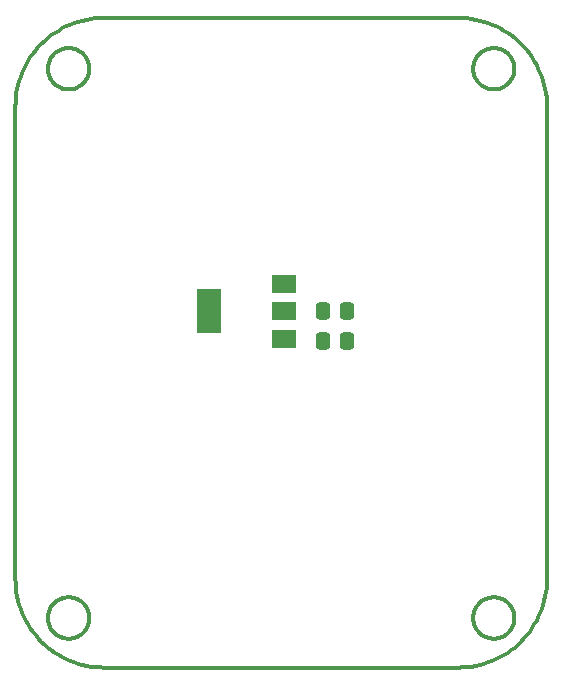
<source format=gbr>
%TF.GenerationSoftware,KiCad,Pcbnew,6.0.9+dfsg-1~bpo11+1*%
%TF.CreationDate,2022-12-30T14:53:09-06:00*%
%TF.ProjectId,Pedals,50656461-6c73-42e6-9b69-6361645f7063,rev?*%
%TF.SameCoordinates,Original*%
%TF.FileFunction,Paste,Bot*%
%TF.FilePolarity,Positive*%
%FSLAX46Y46*%
G04 Gerber Fmt 4.6, Leading zero omitted, Abs format (unit mm)*
G04 Created by KiCad (PCBNEW 6.0.9+dfsg-1~bpo11+1) date 2022-12-30 14:53:09*
%MOMM*%
%LPD*%
G01*
G04 APERTURE LIST*
G04 Aperture macros list*
%AMRoundRect*
0 Rectangle with rounded corners*
0 $1 Rounding radius*
0 $2 $3 $4 $5 $6 $7 $8 $9 X,Y pos of 4 corners*
0 Add a 4 corners polygon primitive as box body*
4,1,4,$2,$3,$4,$5,$6,$7,$8,$9,$2,$3,0*
0 Add four circle primitives for the rounded corners*
1,1,$1+$1,$2,$3*
1,1,$1+$1,$4,$5*
1,1,$1+$1,$6,$7*
1,1,$1+$1,$8,$9*
0 Add four rect primitives between the rounded corners*
20,1,$1+$1,$2,$3,$4,$5,0*
20,1,$1+$1,$4,$5,$6,$7,0*
20,1,$1+$1,$6,$7,$8,$9,0*
20,1,$1+$1,$8,$9,$2,$3,0*%
G04 Aperture macros list end*
%TA.AperFunction,Profile*%
%ADD10C,0.349999*%
%TD*%
%ADD11RoundRect,0.250000X-0.337500X-0.475000X0.337500X-0.475000X0.337500X0.475000X-0.337500X0.475000X0*%
%ADD12R,2.000000X1.500000*%
%ADD13R,2.000000X3.800000*%
G04 APERTURE END LIST*
D10*
X163336833Y-77300384D02*
X163402943Y-77352336D01*
X164097310Y-77664445D02*
X164183488Y-77679835D01*
X164359941Y-77697722D02*
X164449996Y-77699999D01*
X125210088Y-74988996D02*
X125421681Y-74687955D01*
X129208697Y-124027430D02*
X129284154Y-123988784D01*
X168510819Y-76621198D02*
X168625807Y-76968736D01*
X165852333Y-121402946D02*
X165800381Y-121336836D01*
X129268735Y-71974189D02*
X129621871Y-71876192D01*
X162911211Y-76784153D02*
X162953349Y-76857438D01*
X126702277Y-122540054D02*
X126709035Y-122628927D01*
X164012643Y-124144904D02*
X164097310Y-124164445D01*
X130144905Y-76387352D02*
X130164446Y-76302685D01*
X128921198Y-72089177D02*
X129268735Y-71974189D01*
X165745378Y-77126660D02*
X165800381Y-77063162D01*
X126953353Y-123357438D02*
X126998872Y-123428441D01*
X130190964Y-76128927D02*
X130197722Y-76040054D01*
X129563162Y-77300384D02*
X129626660Y-77245381D01*
X168913296Y-78408717D02*
X168940779Y-78778096D01*
X129626660Y-121154617D02*
X129563162Y-121099614D01*
X125013959Y-75299323D02*
X125210088Y-74988996D01*
X164449996Y-77699999D02*
X164449996Y-77699999D01*
X166093807Y-75348290D02*
X166062472Y-75268820D01*
X131449999Y-71650000D02*
X161449996Y-71650000D01*
X123986700Y-78408717D02*
X124032193Y-78042476D01*
X130179835Y-122716507D02*
X130190964Y-122628927D01*
X127768820Y-124062475D02*
X127848290Y-124093810D01*
X127288995Y-72910088D02*
X127599322Y-72713959D01*
X124669112Y-75945376D02*
X124833549Y-75618321D01*
X165912041Y-73121681D02*
X166203181Y-73348484D01*
X126755094Y-122012646D02*
X126735553Y-122097313D01*
X129563162Y-121099614D02*
X129497053Y-121047662D01*
X166093807Y-123051708D02*
X166121319Y-122970396D01*
X164628923Y-124190964D02*
X164716504Y-124179835D01*
X165051705Y-124093810D02*
X165131175Y-124062475D01*
X130164446Y-122097313D02*
X130144905Y-122012646D01*
X165357435Y-120953352D02*
X165284150Y-120911214D01*
X168804554Y-77679989D02*
X168867803Y-78042476D01*
X128802686Y-74235553D02*
X128716507Y-74220163D01*
X165208694Y-124027430D02*
X165284150Y-123988784D01*
X129208697Y-77527430D02*
X129284154Y-77488784D01*
X128887352Y-124144904D02*
X128970396Y-124121323D01*
X129745381Y-121273338D02*
X129687437Y-121212562D01*
X125890241Y-74116192D02*
X126146699Y-73846699D01*
X166190961Y-122628927D02*
X166197719Y-122540054D01*
X163402943Y-123852336D02*
X163471554Y-123901127D01*
X165901124Y-121471557D02*
X165852333Y-121402946D01*
X128271072Y-74209034D02*
X128183491Y-74220163D01*
X162755091Y-122887352D02*
X162778672Y-122970396D01*
X128449999Y-120699999D02*
X128449999Y-120699999D01*
X128449999Y-124199999D02*
X128449999Y-124199999D01*
X129626660Y-123745381D02*
X129687437Y-123687436D01*
X130121323Y-122970396D02*
X130144905Y-122887352D01*
X162998868Y-74971557D02*
X162953349Y-75042560D01*
X129946646Y-75042560D02*
X129901127Y-74971557D01*
X125648483Y-123903185D02*
X125421681Y-123612045D01*
X129800385Y-121336836D02*
X129745381Y-121273338D01*
X127154617Y-123626660D02*
X127212562Y-123687436D01*
X124274189Y-121331264D02*
X124176192Y-120978129D01*
X162872565Y-75191301D02*
X162837519Y-75268820D01*
X162778672Y-75429602D02*
X162755091Y-75512646D01*
X166483805Y-73590241D02*
X166753299Y-73846699D01*
X168949996Y-119150000D02*
X168940779Y-119521903D01*
X164887349Y-124144904D02*
X164970393Y-124121323D01*
X162720160Y-76216507D02*
X162735550Y-76302685D01*
X166199996Y-122449999D02*
X166199996Y-122449999D01*
X166179832Y-122716507D02*
X166190961Y-122628927D01*
X126702277Y-122359944D02*
X126700000Y-122449999D01*
X167886037Y-123000677D02*
X167689909Y-123311004D01*
X163047659Y-74902946D02*
X162998868Y-74971557D01*
X165852333Y-76997052D02*
X165901124Y-76928441D01*
X129626660Y-74654617D02*
X129563162Y-74599614D01*
X129428441Y-77401127D02*
X129497053Y-77352336D01*
X127336837Y-123800384D02*
X127402946Y-123852336D01*
X162735550Y-76302685D02*
X162755091Y-76387352D01*
X166199996Y-75949999D02*
X166197719Y-75859944D01*
X130093810Y-121848290D02*
X130062476Y-121768820D01*
X125421681Y-123612045D02*
X125210088Y-123311004D01*
X128012647Y-74255094D02*
X127929603Y-74278675D01*
X130027430Y-76708697D02*
X130062476Y-76631178D01*
X129357438Y-77446646D02*
X129428441Y-77401127D01*
X163212559Y-121212562D02*
X163154614Y-121273338D01*
X126806189Y-76551708D02*
X126837523Y-76631178D01*
X127615845Y-120911214D02*
X127542560Y-120953352D01*
X124176192Y-77321871D02*
X124274189Y-76968736D01*
X130062476Y-123131178D02*
X130093810Y-123051708D01*
X129621871Y-126423808D02*
X129268735Y-126325811D01*
X126696815Y-124951517D02*
X126416192Y-124709760D01*
X165131175Y-120837523D02*
X165051705Y-120806188D01*
X164970393Y-74278675D02*
X164887349Y-74255094D01*
X131449999Y-71650000D02*
X131449999Y-71650000D01*
X128802686Y-124164445D02*
X128887352Y-124144904D01*
X130093810Y-123051708D02*
X130121323Y-122970396D01*
X162911211Y-121615845D02*
X162872565Y-121691301D01*
X162720160Y-75683491D02*
X162709031Y-75771071D01*
X165284150Y-123988784D02*
X165357435Y-123946646D01*
X130199999Y-75949999D02*
X130199999Y-75949999D01*
X168867803Y-120257523D02*
X168804554Y-120620010D01*
X131449999Y-126650000D02*
X131449999Y-126650000D01*
X166197719Y-122359944D02*
X166190961Y-122271071D01*
X165131175Y-124062475D02*
X165208694Y-124027430D01*
X162911211Y-75115845D02*
X162872565Y-75191301D01*
X130027430Y-123208697D02*
X130062476Y-123131178D01*
X163615842Y-120911214D02*
X163542557Y-120953352D01*
X163631260Y-126325811D02*
X163278125Y-126423808D01*
X126720163Y-122183491D02*
X126709035Y-122271071D01*
X128802686Y-77664445D02*
X128887352Y-77644904D01*
X164359941Y-74202276D02*
X164271068Y-74209034D01*
X163615842Y-74411214D02*
X163542557Y-74453352D01*
X165284150Y-74411214D02*
X165208694Y-74372568D01*
X126953353Y-76857438D02*
X126998872Y-76928441D01*
X126735553Y-75597313D02*
X126720163Y-75683491D01*
X162709031Y-75771071D02*
X162702273Y-75859944D01*
X127154617Y-77126660D02*
X127212562Y-77187436D01*
X166062472Y-76631178D02*
X166093807Y-76551708D01*
X127099614Y-77063162D02*
X127154617Y-77126660D01*
X162837519Y-75268820D02*
X162806185Y-75348290D01*
X123959217Y-78778096D02*
X123986700Y-78408717D01*
X127848290Y-74306188D02*
X127768820Y-74337523D01*
X164981675Y-72533549D02*
X165300674Y-72713959D01*
X166062472Y-121768820D02*
X166027427Y-121691301D01*
X129131179Y-74337523D02*
X129051708Y-74306188D01*
X124833549Y-122681679D02*
X124669112Y-122354623D01*
X127336837Y-121099614D02*
X127273339Y-121154617D01*
X166753299Y-124453303D02*
X166753299Y-124453303D01*
X162720160Y-122716507D02*
X162735550Y-122802685D01*
X128970396Y-120778675D02*
X128887352Y-120755094D01*
X126998872Y-74971557D02*
X126953353Y-75042560D01*
X166190961Y-76128927D02*
X166197719Y-76040054D01*
X127099614Y-74836836D02*
X127047662Y-74902946D01*
X168379093Y-122020126D02*
X168230884Y-122354623D01*
X129687437Y-74712562D02*
X129626660Y-74654617D01*
X126735553Y-122802685D02*
X126755094Y-122887352D01*
X165497049Y-74547662D02*
X165428438Y-74498871D01*
X127047662Y-123497052D02*
X127099614Y-123563162D01*
X164540051Y-124197722D02*
X164628923Y-124190964D01*
X166199996Y-75949999D02*
X166199996Y-75949999D01*
X163099611Y-123563162D02*
X163154614Y-123626660D01*
X129051708Y-120806188D02*
X128970396Y-120778675D01*
X130179835Y-75683491D02*
X130164446Y-75597313D01*
X127599322Y-72713959D02*
X127918321Y-72533549D01*
X166190961Y-75771071D02*
X166179832Y-75683491D01*
X130197722Y-122540054D02*
X130199999Y-122449999D01*
X162920006Y-126504558D02*
X162557519Y-126567807D01*
X165626657Y-77245381D02*
X165687433Y-77187436D01*
X164449996Y-120699999D02*
X164449996Y-120699999D01*
X163278125Y-126423808D02*
X162920006Y-126504558D01*
X126700000Y-75949999D02*
X126702277Y-76040054D01*
X127929603Y-120778675D02*
X127848290Y-120806188D01*
X129208697Y-74372568D02*
X129131179Y-74337523D01*
X124520903Y-122020126D02*
X124389177Y-121678801D01*
X127154617Y-121273338D02*
X127099614Y-121336836D01*
X168949996Y-119150000D02*
X168949996Y-119150000D01*
X128579873Y-72220903D02*
X128921198Y-72089177D01*
X129051708Y-74306188D02*
X128970396Y-74278675D01*
X123950000Y-119150000D02*
X123950000Y-79150000D01*
X128628927Y-77690964D02*
X128716507Y-77679835D01*
X166753299Y-124453303D02*
X166483805Y-124709760D01*
X163273335Y-74654617D02*
X163212559Y-74712562D01*
X165428438Y-74498871D02*
X165357435Y-74453352D01*
X126872568Y-76708697D02*
X126911215Y-76784153D01*
X164320122Y-126079096D02*
X163978797Y-126210822D01*
X164540051Y-74202276D02*
X164449996Y-74199999D01*
X163929599Y-74278675D02*
X163848287Y-74306188D01*
X129988784Y-121615845D02*
X129946646Y-121542560D01*
X126911215Y-123284153D02*
X126953353Y-123357438D01*
X128802686Y-120735553D02*
X128716507Y-120720163D01*
X162702273Y-122359944D02*
X162699996Y-122449999D01*
X127336837Y-74599614D02*
X127273339Y-74654617D01*
X166027427Y-76708697D02*
X166062472Y-76631178D01*
X131078096Y-71659217D02*
X131449999Y-71650000D01*
X164359941Y-120702276D02*
X164271068Y-120709034D01*
X127471557Y-123901127D02*
X127542560Y-123946646D01*
X165497049Y-77352336D02*
X165563159Y-77300384D01*
X163848287Y-124093810D02*
X163929599Y-124121323D01*
X127212562Y-74712562D02*
X127154617Y-74773338D01*
X129979989Y-71795442D02*
X130342476Y-71732193D01*
X165051705Y-74306188D02*
X164970393Y-74278675D01*
X165300674Y-72713959D02*
X165611001Y-72910088D01*
X127154617Y-74773338D02*
X127099614Y-74836836D01*
X166121319Y-76470396D02*
X166144901Y-76387352D01*
X129852337Y-74902946D02*
X129800385Y-74836836D01*
X164183488Y-120720163D02*
X164097310Y-120735553D01*
X126872568Y-75191301D02*
X126837523Y-75268820D01*
X128449999Y-77699999D02*
X128449999Y-77699999D01*
X165051705Y-77593810D02*
X165131175Y-77562475D01*
X166197719Y-122540054D02*
X166199996Y-122449999D01*
X163768817Y-77562475D02*
X163848287Y-77593810D01*
X127929603Y-124121323D02*
X128012647Y-124144904D01*
X128716507Y-77679835D02*
X128802686Y-77664445D01*
X168949996Y-79150000D02*
X168949996Y-119150000D01*
X161449996Y-71650000D02*
X161449996Y-71650000D01*
X162702273Y-76040054D02*
X162709031Y-76128927D01*
X166062472Y-75268820D02*
X166027427Y-75191301D01*
X129745381Y-77126660D02*
X129800385Y-77063162D01*
X127691302Y-74372568D02*
X127615845Y-74411214D01*
X127848290Y-120806188D02*
X127768820Y-120837523D01*
X168723804Y-77321871D02*
X168804554Y-77679989D01*
X130144905Y-122012646D02*
X130121323Y-121929602D01*
X127212562Y-77187436D02*
X127273339Y-77245381D01*
X127402946Y-121047662D02*
X127336837Y-121099614D01*
X129901127Y-76928441D02*
X129946646Y-76857438D01*
X129497053Y-123852336D02*
X129563162Y-123800384D01*
X128921198Y-126210822D02*
X128579873Y-126079096D01*
X168066447Y-122681679D02*
X167886037Y-123000677D01*
X129208697Y-120872568D02*
X129131179Y-120837523D01*
X128183491Y-74220163D02*
X128097313Y-74235553D01*
X125648483Y-74396816D02*
X125890241Y-74116192D01*
X165687433Y-123687436D02*
X165745378Y-123626660D01*
X163978797Y-72089177D02*
X164320122Y-72220903D01*
X127273339Y-123745381D02*
X127336837Y-123800384D01*
X165563159Y-121099614D02*
X165497049Y-121047662D01*
X165988781Y-121615845D02*
X165946643Y-121542560D01*
X165563159Y-77300384D02*
X165626657Y-77245381D01*
X130342476Y-126567807D02*
X129979989Y-126504558D01*
X123950000Y-79150000D02*
X123959217Y-78778096D01*
X129946646Y-121542560D02*
X129901127Y-121471557D01*
X127929603Y-77621323D02*
X128012647Y-77644904D01*
X164802682Y-120735553D02*
X164716504Y-120720163D01*
X130199999Y-122449999D02*
X130199999Y-122449999D01*
X124520903Y-76279874D02*
X124669112Y-75945376D01*
X126416192Y-73590241D02*
X126696815Y-73348484D01*
X129988784Y-75115845D02*
X129946646Y-75042560D01*
X162837519Y-121768820D02*
X162806185Y-121848290D01*
X130062476Y-75268820D02*
X130027430Y-75191301D01*
X165946643Y-75042560D02*
X165901124Y-74971557D01*
X127768820Y-120837523D02*
X127691302Y-120872568D01*
X164716504Y-77679835D02*
X164802682Y-77664445D01*
X163691298Y-77527430D02*
X163768817Y-77562475D01*
X163047659Y-76997052D02*
X163099611Y-77063162D01*
X126998872Y-123428441D02*
X127047662Y-123497052D01*
X164359941Y-124197722D02*
X164449996Y-124199999D01*
X166144901Y-75512646D02*
X166121319Y-75429602D01*
X162699996Y-75949999D02*
X162699996Y-75949999D01*
X165852333Y-123497052D02*
X165901124Y-123428441D01*
X163273335Y-77245381D02*
X163336833Y-77300384D01*
X164970393Y-77621323D02*
X165051705Y-77593810D01*
X168230884Y-122354623D02*
X168066447Y-122681679D01*
X162872565Y-76708697D02*
X162911211Y-76784153D01*
X128887352Y-120755094D02*
X128802686Y-120735553D01*
X164887349Y-74255094D02*
X164802682Y-74235553D01*
X128245376Y-125930888D02*
X127918321Y-125766451D01*
X168949996Y-79150000D02*
X168949996Y-79150000D01*
X163929599Y-77621323D02*
X164012643Y-77644904D01*
X130164446Y-75597313D02*
X130144905Y-75512646D01*
X129497053Y-77352336D02*
X129563162Y-77300384D01*
X128359944Y-120702276D02*
X128271072Y-120709034D01*
X164097310Y-124164445D02*
X164183488Y-124179835D01*
X123986700Y-119891283D02*
X123959217Y-119521903D01*
X164271068Y-77690964D02*
X164359941Y-77697722D01*
X164012643Y-120755094D02*
X163929599Y-120778675D01*
X168867803Y-78042476D02*
X168913296Y-78408717D01*
X165563159Y-123800384D02*
X165626657Y-123745381D01*
X167009756Y-74116192D02*
X167251513Y-74396816D01*
X163099611Y-77063162D02*
X163154614Y-77126660D01*
X129852337Y-123497052D02*
X129901127Y-123428441D01*
X166199996Y-122449999D02*
X166199996Y-122449999D01*
X130197722Y-76040054D02*
X130199999Y-75949999D01*
X165852333Y-74902946D02*
X165800381Y-74836836D01*
X128097313Y-124164445D02*
X128183491Y-124179835D01*
X129428441Y-123901127D02*
X129497053Y-123852336D01*
X164449996Y-120699999D02*
X164359941Y-120702276D01*
X164271068Y-120709034D02*
X164183488Y-120720163D01*
X164716504Y-120720163D02*
X164628923Y-120709034D01*
X126755094Y-76387352D02*
X126778676Y-76470396D01*
X163768817Y-120837523D02*
X163691298Y-120872568D01*
X130190964Y-75771071D02*
X130179835Y-75683491D01*
X126720163Y-76216507D02*
X126735553Y-76302685D01*
X130164446Y-76302685D02*
X130179835Y-76216507D01*
X163471554Y-77401127D02*
X163542557Y-77446646D01*
X166164442Y-122802685D02*
X166179832Y-122716507D01*
X127273339Y-74654617D02*
X127212562Y-74712562D01*
X164097310Y-74235553D02*
X164012643Y-74255094D01*
X130164446Y-122802685D02*
X130179835Y-122716507D01*
X166190961Y-122271071D02*
X166179832Y-122183491D01*
X162191279Y-126613300D02*
X161821900Y-126640782D01*
X166164442Y-76302685D02*
X166179832Y-76216507D01*
X129946646Y-123357438D02*
X129988784Y-123284153D01*
X128628927Y-120709034D02*
X128540054Y-120702276D01*
X124095442Y-120620010D02*
X124032193Y-120257523D01*
X128359944Y-77697722D02*
X128449999Y-77699999D01*
X129800385Y-74836836D02*
X129745381Y-74773338D01*
X166093807Y-121848290D02*
X166062472Y-121768820D01*
X126709035Y-76128927D02*
X126720163Y-76216507D01*
X130027430Y-75191301D02*
X129988784Y-75115845D01*
X165901124Y-74971557D02*
X165852333Y-74902946D01*
X126872568Y-123208697D02*
X126911215Y-123284153D01*
X166144901Y-122012646D02*
X166121319Y-121929602D01*
X126735553Y-76302685D02*
X126755094Y-76387352D01*
X168625807Y-121331264D02*
X168510819Y-121678801D01*
X128970396Y-74278675D02*
X128887352Y-74255094D01*
X130062476Y-76631178D02*
X130093810Y-76551708D01*
X129621871Y-71876192D02*
X129979989Y-71795442D01*
X165051705Y-120806188D02*
X164970393Y-120778675D01*
X165946643Y-121542560D02*
X165901124Y-121471557D01*
X167689909Y-74988996D02*
X167886037Y-75299323D01*
X129901127Y-74971557D02*
X129852337Y-74902946D01*
X126806189Y-75348290D02*
X126778676Y-75429602D01*
X126700000Y-122449999D02*
X126700000Y-122449999D01*
X126720163Y-122716507D02*
X126735553Y-122802685D01*
X127099614Y-123563162D02*
X127154617Y-123626660D01*
X127402946Y-77352336D02*
X127471557Y-77401127D01*
X129284154Y-74411214D02*
X129208697Y-74372568D01*
X128540054Y-74202276D02*
X128449999Y-74199999D01*
X130708716Y-126613300D02*
X130342476Y-126567807D01*
X161821900Y-126640782D02*
X161449996Y-126650000D01*
X166093807Y-76551708D02*
X166121319Y-76470396D01*
X126911215Y-121615845D02*
X126872568Y-121691301D01*
X128097313Y-77664445D02*
X128183491Y-77679835D01*
X163273335Y-123745381D02*
X163336833Y-123800384D01*
X126998872Y-76928441D02*
X127047662Y-76997052D01*
X124095442Y-77679989D02*
X124176192Y-77321871D01*
X129428441Y-120998871D02*
X129357438Y-120953352D01*
X168510819Y-121678801D02*
X168379093Y-122020126D01*
X163471554Y-74498871D02*
X163402943Y-74547662D01*
X161449996Y-71650000D02*
X161821900Y-71659217D01*
X163471554Y-123901127D02*
X163542557Y-123946646D01*
X129268735Y-126325811D02*
X128921198Y-126210822D01*
X129497053Y-121047662D02*
X129428441Y-120998871D01*
X129687437Y-121212562D02*
X129626660Y-121154617D01*
X127615845Y-74411214D02*
X127542560Y-74453352D01*
X127336837Y-77300384D02*
X127402946Y-77352336D01*
X162806185Y-75348290D02*
X162778672Y-75429602D01*
X163336833Y-74599614D02*
X163273335Y-74654617D01*
X126953353Y-121542560D02*
X126911215Y-121615845D01*
X161449996Y-126650000D02*
X131449999Y-126650000D01*
X130121323Y-75429602D02*
X130093810Y-75348290D01*
X164887349Y-77644904D02*
X164970393Y-77621323D01*
X163631260Y-71974189D02*
X163978797Y-72089177D01*
X126806189Y-121848290D02*
X126778676Y-121929602D01*
X128579873Y-126079096D02*
X128245376Y-125930888D01*
X163154614Y-121273338D02*
X163099611Y-121336836D01*
X128449999Y-74199999D02*
X128449999Y-74199999D01*
X129357438Y-123946646D02*
X129428441Y-123901127D01*
X162806185Y-76551708D02*
X162837519Y-76631178D01*
X127615845Y-77488784D02*
X127691302Y-77527430D01*
X162735550Y-122802685D02*
X162755091Y-122887352D01*
X127542560Y-77446646D02*
X127615845Y-77488784D01*
X162557519Y-126567807D02*
X162191279Y-126613300D01*
X126987955Y-125178320D02*
X126696815Y-124951517D01*
X127615845Y-123988784D02*
X127691302Y-124027430D01*
X129988784Y-76784153D02*
X130027430Y-76708697D01*
X128716507Y-74220163D02*
X128628927Y-74209034D01*
X165745378Y-123626660D02*
X165800381Y-123563162D01*
X163471554Y-120998871D02*
X163402943Y-121047662D01*
X128183491Y-124179835D02*
X128271072Y-124190964D01*
X166121319Y-75429602D02*
X166093807Y-75348290D01*
X163154614Y-77126660D02*
X163212559Y-77187436D01*
X163542557Y-120953352D02*
X163471554Y-120998871D01*
X168230884Y-75945376D02*
X168379093Y-76279874D01*
X164012643Y-74255094D02*
X163929599Y-74278675D01*
X129979989Y-126504558D02*
X129621871Y-126423808D01*
X128449999Y-74199999D02*
X128359944Y-74202276D01*
X128359944Y-124197722D02*
X128449999Y-124199999D01*
X162709031Y-122271071D02*
X162702273Y-122359944D01*
X124833549Y-75618321D02*
X125013959Y-75299323D01*
X164449996Y-74199999D02*
X164359941Y-74202276D01*
X165131175Y-77562475D02*
X165208694Y-77527430D01*
X165497049Y-123852336D02*
X165563159Y-123800384D01*
X163336833Y-121099614D02*
X163273335Y-121154617D01*
X129745381Y-123626660D02*
X129800385Y-123563162D01*
X128183491Y-120720163D02*
X128097313Y-120735553D01*
X162953349Y-121542560D02*
X162911211Y-121615845D01*
X124389177Y-121678801D02*
X124274189Y-121331264D01*
X127691302Y-120872568D02*
X127615845Y-120911214D01*
X127929603Y-74278675D02*
X127848290Y-74306188D01*
X162778672Y-76470396D02*
X162806185Y-76551708D01*
X165208694Y-77527430D02*
X165284150Y-77488784D01*
X128628927Y-124190964D02*
X128716507Y-124179835D01*
X165357435Y-77446646D02*
X165428438Y-77401127D01*
X128271072Y-77690964D02*
X128359944Y-77697722D01*
X162837519Y-76631178D02*
X162872565Y-76708697D01*
X163691298Y-120872568D02*
X163615842Y-120911214D01*
X163768817Y-124062475D02*
X163848287Y-124093810D01*
X165800381Y-121336836D02*
X165745378Y-121273338D01*
X168940779Y-78778096D02*
X168949996Y-79150000D01*
X129800385Y-123563162D02*
X129852337Y-123497052D01*
X130144905Y-75512646D02*
X130121323Y-75429602D01*
X163768817Y-74337523D02*
X163691298Y-74372568D01*
X166199996Y-122449999D02*
X166197719Y-122359944D01*
X165497049Y-121047662D02*
X165428438Y-120998871D01*
X129946646Y-76857438D02*
X129988784Y-76784153D01*
X126702277Y-75859944D02*
X126700000Y-75949999D01*
X162709031Y-122628927D02*
X162720160Y-122716507D01*
X164628923Y-74209034D02*
X164540051Y-74202276D01*
X164271068Y-74209034D02*
X164183488Y-74220163D01*
X163402943Y-77352336D02*
X163471554Y-77401127D01*
X165988781Y-75115845D02*
X165946643Y-75042560D01*
X164320122Y-72220903D02*
X164654620Y-72369112D01*
X130062476Y-121768820D02*
X130027430Y-121691301D01*
X164716504Y-74220163D02*
X164628923Y-74209034D01*
X167886037Y-75299323D02*
X168066447Y-75618321D01*
X126778676Y-76470396D02*
X126806189Y-76551708D01*
X124669112Y-122354623D02*
X124520903Y-122020126D01*
X127099614Y-121336836D02*
X127047662Y-121402946D01*
X163212559Y-77187436D02*
X163273335Y-77245381D01*
X166164442Y-122097313D02*
X166144901Y-122012646D01*
X167689909Y-123311004D02*
X167478316Y-123612045D01*
X130199999Y-122449999D02*
X130197722Y-122359944D01*
X130190964Y-122271071D02*
X130179835Y-122183491D01*
X163154614Y-74773338D02*
X163099611Y-74836836D01*
X127848290Y-77593810D02*
X127929603Y-77621323D01*
X129626660Y-77245381D02*
X129687437Y-77187436D01*
X163848287Y-120806188D02*
X163768817Y-120837523D01*
X165626657Y-121154617D02*
X165563159Y-121099614D01*
X126911215Y-75115845D02*
X126872568Y-75191301D01*
X165687433Y-121212562D02*
X165626657Y-121154617D01*
X166753299Y-73846699D02*
X166753299Y-73846699D01*
X130121323Y-76470396D02*
X130144905Y-76387352D01*
X163212559Y-74712562D02*
X163154614Y-74773338D01*
X126837523Y-76631178D02*
X126872568Y-76708697D01*
X128540054Y-124197722D02*
X128628927Y-124190964D01*
X128887352Y-77644904D02*
X128970396Y-77621323D01*
X165800381Y-123563162D02*
X165852333Y-123497052D01*
X164802682Y-74235553D02*
X164716504Y-74220163D01*
X165626657Y-123745381D02*
X165687433Y-123687436D01*
X130093810Y-76551708D02*
X130121323Y-76470396D01*
X128449999Y-120699999D02*
X128359944Y-120702276D01*
X164449996Y-74199999D02*
X164449996Y-74199999D01*
X130342476Y-71732193D02*
X130708716Y-71686700D01*
X130197722Y-122359944D02*
X130190964Y-122271071D01*
X164628923Y-120709034D02*
X164540051Y-120702276D01*
X126700000Y-122449999D02*
X126702277Y-122540054D01*
X166203181Y-73348484D02*
X166483805Y-73590241D01*
X163402943Y-121047662D02*
X163336833Y-121099614D01*
X126416192Y-124709760D02*
X126146699Y-124453303D01*
X161821900Y-71659217D02*
X162191279Y-71686700D01*
X128628927Y-74209034D02*
X128540054Y-74202276D01*
X126720163Y-75683491D02*
X126709035Y-75771071D01*
X167478316Y-123612045D02*
X167251513Y-123903185D01*
X127047662Y-121402946D02*
X126998872Y-121471557D01*
X164097310Y-120735553D02*
X164012643Y-120755094D01*
X128012647Y-77644904D02*
X128097313Y-77664445D01*
X162720160Y-122183491D02*
X162709031Y-122271071D01*
X162998868Y-123428441D02*
X163047659Y-123497052D01*
X126709035Y-122628927D02*
X126720163Y-122716507D01*
X166203181Y-124951517D02*
X165912041Y-125178320D01*
X165687433Y-74712562D02*
X165626657Y-74654617D01*
X162778672Y-122970396D02*
X162806185Y-123051708D01*
X166027427Y-121691301D02*
X165988781Y-121615845D01*
X162872565Y-123208697D02*
X162911211Y-123284153D01*
X130179835Y-76216507D02*
X130190964Y-76128927D01*
X162755091Y-122012646D02*
X162735550Y-122097313D01*
X163542557Y-74453352D02*
X163471554Y-74498871D01*
X168940779Y-119521903D02*
X168913296Y-119891283D01*
X166483805Y-124709760D02*
X166203181Y-124951517D01*
X162755091Y-76387352D02*
X162778672Y-76470396D01*
X163047659Y-123497052D02*
X163099611Y-123563162D01*
X126806189Y-123051708D02*
X126837523Y-123131178D01*
X165626657Y-74654617D02*
X165563159Y-74599614D01*
X165901124Y-76928441D02*
X165946643Y-76857438D01*
X165563159Y-74599614D02*
X165497049Y-74547662D01*
X164540051Y-77697722D02*
X164628923Y-77690964D01*
X164887349Y-120755094D02*
X164802682Y-120735553D01*
X165284150Y-77488784D02*
X165357435Y-77446646D01*
X166179832Y-122183491D02*
X166164442Y-122097313D01*
X127288995Y-125389912D02*
X126987955Y-125178320D01*
X130121323Y-121929602D02*
X130093810Y-121848290D01*
X165687433Y-77187436D02*
X165745378Y-77126660D01*
X162709031Y-76128927D02*
X162720160Y-76216507D01*
X165300674Y-125586041D02*
X164981675Y-125766451D01*
X127047662Y-74902946D02*
X126998872Y-74971557D01*
X127273339Y-121154617D02*
X127212562Y-121212562D01*
X126778676Y-121929602D02*
X126755094Y-122012646D01*
X164449996Y-124199999D02*
X164449996Y-124199999D01*
X163691298Y-74372568D02*
X163615842Y-74411214D01*
X128970396Y-124121323D02*
X129051708Y-124093810D01*
X129745381Y-74773338D02*
X129687437Y-74712562D01*
X125890241Y-124183809D02*
X125648483Y-123903185D01*
X165611001Y-72910088D02*
X165912041Y-73121681D01*
X163848287Y-77593810D02*
X163929599Y-77621323D01*
X128970396Y-77621323D02*
X129051708Y-77593810D01*
X166164442Y-75597313D02*
X166144901Y-75512646D01*
X128716507Y-124179835D02*
X128802686Y-124164445D01*
X127471557Y-74498871D02*
X127402946Y-74547662D01*
X130708716Y-71686700D02*
X131078096Y-71659217D01*
X128097313Y-74235553D02*
X128012647Y-74255094D01*
X125210088Y-123311004D02*
X125013959Y-123000677D01*
X165428438Y-123901127D02*
X165497049Y-123852336D01*
X126146699Y-124453303D02*
X125890241Y-124183809D01*
X127471557Y-77401127D02*
X127542560Y-77446646D01*
X165131175Y-74337523D02*
X165051705Y-74306188D01*
X128716507Y-120720163D02*
X128628927Y-120709034D01*
X131449999Y-126650000D02*
X131078096Y-126640782D01*
X128449999Y-124199999D02*
X128540054Y-124197722D01*
X164183488Y-77679835D02*
X164271068Y-77690964D01*
X130199999Y-75949999D02*
X130197722Y-75859944D01*
X162998868Y-76928441D02*
X163047659Y-76997052D01*
X126146699Y-124453303D02*
X126146699Y-124453303D01*
X126700000Y-75949999D02*
X126700000Y-75949999D01*
X126778676Y-75429602D02*
X126755094Y-75512646D01*
X168804554Y-120620010D02*
X168723804Y-120978129D01*
X130144905Y-122887352D02*
X130164446Y-122802685D01*
X165428438Y-120998871D02*
X165357435Y-120953352D01*
X166753299Y-73846699D02*
X167009756Y-74116192D01*
X161449996Y-126650000D02*
X161449996Y-126650000D01*
X125421681Y-74687955D02*
X125648483Y-74396816D01*
X123950000Y-79150000D02*
X123950000Y-79150000D01*
X127273339Y-77245381D02*
X127336837Y-77300384D01*
X127471557Y-120998871D02*
X127402946Y-121047662D01*
X128183491Y-77679835D02*
X128271072Y-77690964D01*
X163542557Y-123946646D02*
X163615842Y-123988784D01*
X165745378Y-121273338D02*
X165687433Y-121212562D01*
X130027430Y-121691301D02*
X129988784Y-121615845D01*
X131078096Y-126640782D02*
X130708716Y-126613300D01*
X165800381Y-74836836D02*
X165745378Y-74773338D01*
X166027427Y-75191301D02*
X165988781Y-75115845D01*
X126837523Y-75268820D02*
X126806189Y-75348290D01*
X126987955Y-73121681D02*
X127288995Y-72910088D01*
X163691298Y-124027430D02*
X163768817Y-124062475D01*
X128271072Y-124190964D02*
X128359944Y-124197722D01*
X162702273Y-122540054D02*
X162709031Y-122628927D01*
X130179835Y-122183491D02*
X130164446Y-122097313D01*
X127047662Y-76997052D02*
X127099614Y-77063162D01*
X126709035Y-75771071D02*
X126702277Y-75859944D01*
X126696815Y-73348484D02*
X126987955Y-73121681D01*
X168379093Y-76279874D02*
X168510819Y-76621198D01*
X164449996Y-124199999D02*
X164540051Y-124197722D01*
X129051708Y-124093810D02*
X129131179Y-124062475D01*
X165901124Y-123428441D02*
X165946643Y-123357438D01*
X163212559Y-123687436D02*
X163273335Y-123745381D01*
X124389177Y-76621198D02*
X124520903Y-76279874D01*
X164271068Y-124190964D02*
X164359941Y-124197722D01*
X129131179Y-120837523D02*
X129051708Y-120806188D01*
X124176192Y-120978129D02*
X124095442Y-120620010D01*
X162920006Y-71795442D02*
X163278125Y-71876192D01*
X165357435Y-74453352D02*
X165284150Y-74411214D01*
X126709035Y-122271071D02*
X126702277Y-122359944D01*
X128449999Y-77699999D02*
X128540054Y-77697722D01*
X167251513Y-123903185D02*
X167009756Y-124183809D01*
X166121319Y-122970396D02*
X166144901Y-122887352D01*
X128540054Y-120702276D02*
X128449999Y-120699999D01*
X164802682Y-77664445D02*
X164887349Y-77644904D01*
X164183488Y-74220163D02*
X164097310Y-74235553D01*
X165946643Y-123357438D02*
X165988781Y-123284153D01*
X129687437Y-123687436D02*
X129745381Y-123626660D01*
X162778672Y-121929602D02*
X162755091Y-122012646D01*
X129284154Y-77488784D02*
X129357438Y-77446646D01*
X165800381Y-77063162D02*
X165852333Y-76997052D01*
X163154614Y-123626660D02*
X163212559Y-123687436D01*
X129901127Y-123428441D02*
X129946646Y-123357438D01*
X165208694Y-74372568D02*
X165131175Y-74337523D01*
X130199999Y-75949999D02*
X130199999Y-75949999D01*
X129428441Y-74498871D02*
X129357438Y-74453352D01*
X126146699Y-73846699D02*
X126416192Y-73590241D01*
X166197719Y-75859944D02*
X166190961Y-75771071D01*
X163099611Y-74836836D02*
X163047659Y-74902946D01*
X164183488Y-124179835D02*
X164271068Y-124190964D01*
X129988784Y-123284153D02*
X130027430Y-123208697D01*
X128097313Y-120735553D02*
X128012647Y-120755094D01*
X164628923Y-77690964D02*
X164716504Y-77679835D01*
X165745378Y-74773338D02*
X165687433Y-74712562D01*
X129852337Y-76997052D02*
X129901127Y-76928441D01*
X162735550Y-122097313D02*
X162720160Y-122183491D01*
X162699996Y-122449999D02*
X162699996Y-122449999D01*
X127402946Y-123852336D02*
X127471557Y-123901127D01*
X125013959Y-123000677D02*
X124833549Y-122681679D01*
X162872565Y-121691301D02*
X162837519Y-121768820D01*
X124032193Y-78042476D02*
X124095442Y-77679989D01*
X165988781Y-123284153D02*
X166027427Y-123208697D01*
X126911215Y-76784153D02*
X126953353Y-76857438D01*
X126872568Y-121691301D02*
X126837523Y-121768820D01*
X162953349Y-75042560D02*
X162911211Y-75115845D01*
X163929599Y-120778675D02*
X163848287Y-120806188D01*
X126837523Y-123131178D02*
X126872568Y-123208697D01*
X168723804Y-120978129D02*
X168625807Y-121331264D01*
X126953353Y-75042560D02*
X126911215Y-75115845D01*
X129563162Y-123800384D02*
X129626660Y-123745381D01*
X126735553Y-122097313D02*
X126720163Y-122183491D01*
X129687437Y-77187436D02*
X129745381Y-77126660D01*
X164970393Y-124121323D02*
X165051705Y-124093810D01*
X129497053Y-74547662D02*
X129428441Y-74498871D01*
X124274189Y-76968736D02*
X124389177Y-76621198D01*
X163542557Y-77446646D02*
X163615842Y-77488784D01*
X128359944Y-74202276D02*
X128271072Y-74209034D01*
X127768820Y-77562475D02*
X127848290Y-77593810D01*
X129357438Y-74453352D02*
X129284154Y-74411214D01*
X164981675Y-125766451D02*
X164654620Y-125930888D01*
X129131179Y-77562475D02*
X129208697Y-77527430D01*
X123959217Y-119521903D02*
X123950000Y-119150000D01*
X162806185Y-123051708D02*
X162837519Y-123131178D01*
X126837523Y-121768820D02*
X126806189Y-121848290D01*
X164540051Y-120702276D02*
X164449996Y-120699999D01*
X129901127Y-121471557D02*
X129852337Y-121402946D01*
X128012647Y-124144904D02*
X128097313Y-124164445D01*
X163402943Y-74547662D02*
X163336833Y-74599614D01*
X163099611Y-121336836D02*
X163047659Y-121402946D01*
X166199996Y-75949999D02*
X166199996Y-75949999D01*
X162998868Y-121471557D02*
X162953349Y-121542560D01*
X127918321Y-72533549D02*
X128245376Y-72369112D01*
X163615842Y-123988784D02*
X163691298Y-124027430D01*
X162699996Y-75949999D02*
X162702273Y-76040054D01*
X164716504Y-124179835D02*
X164802682Y-124164445D01*
X163615842Y-77488784D02*
X163691298Y-77527430D01*
X162837519Y-123131178D02*
X162872565Y-123208697D01*
X166027427Y-123208697D02*
X166062472Y-123131178D01*
X162953349Y-76857438D02*
X162998868Y-76928441D01*
X164012643Y-77644904D02*
X164097310Y-77664445D01*
X129284154Y-123988784D02*
X129357438Y-123946646D01*
X127542560Y-74453352D02*
X127471557Y-74498871D01*
X165988781Y-76784153D02*
X166027427Y-76708697D01*
X127848290Y-124093810D02*
X127929603Y-124121323D01*
X163978797Y-126210822D02*
X163631260Y-126325811D01*
X126778676Y-122970396D02*
X126806189Y-123051708D01*
X126702277Y-76040054D02*
X126709035Y-76128927D01*
X127542560Y-123946646D02*
X127615845Y-123988784D01*
X127542560Y-120953352D02*
X127471557Y-120998871D01*
X168066447Y-75618321D02*
X168230884Y-75945376D01*
X166062472Y-123131178D02*
X166093807Y-123051708D01*
X129852337Y-121402946D02*
X129800385Y-121336836D01*
X162702273Y-75859944D02*
X162699996Y-75949999D01*
X162806185Y-121848290D02*
X162778672Y-121929602D01*
X163848287Y-74306188D02*
X163768817Y-74337523D01*
X164802682Y-124164445D02*
X164887349Y-124144904D01*
X166144901Y-122887352D02*
X166164442Y-122802685D01*
X127918321Y-125766451D02*
X127599322Y-125586041D01*
X128887352Y-74255094D02*
X128802686Y-74235553D01*
X126755094Y-122887352D02*
X126778676Y-122970396D01*
X165208694Y-120872568D02*
X165131175Y-120837523D01*
X165284150Y-120911214D02*
X165208694Y-120872568D01*
X128012647Y-120755094D02*
X127929603Y-120778675D01*
X164970393Y-120778675D02*
X164887349Y-120755094D01*
X129284154Y-120911214D02*
X129208697Y-120872568D01*
X127212562Y-123687436D02*
X127273339Y-123745381D01*
X164654620Y-125930888D02*
X164320122Y-126079096D01*
X168625807Y-76968736D02*
X168723804Y-77321871D01*
X127402946Y-74547662D02*
X127336837Y-74599614D01*
X127212562Y-121212562D02*
X127154617Y-121273338D01*
X164449996Y-77699999D02*
X164540051Y-77697722D01*
X163273335Y-121154617D02*
X163212559Y-121212562D01*
X167478316Y-74687955D02*
X167689909Y-74988996D01*
X130093810Y-75348290D02*
X130062476Y-75268820D01*
X128271072Y-120709034D02*
X128183491Y-120720163D01*
X164654620Y-72369112D02*
X164981675Y-72533549D01*
X163278125Y-71876192D02*
X163631260Y-71974189D01*
X128540054Y-77697722D02*
X128628927Y-77690964D01*
X127768820Y-74337523D02*
X127691302Y-74372568D01*
X166144901Y-76387352D02*
X166164442Y-76302685D01*
X129563162Y-74599614D02*
X129497053Y-74547662D01*
X166179832Y-76216507D02*
X166190961Y-76128927D01*
X130197722Y-75859944D02*
X130190964Y-75771071D01*
X165428438Y-77401127D02*
X165497049Y-77352336D01*
X127691302Y-77527430D02*
X127768820Y-77562475D01*
X162557519Y-71732193D02*
X162920006Y-71795442D01*
X126998872Y-121471557D02*
X126953353Y-121542560D01*
X124032193Y-120257523D02*
X123986700Y-119891283D01*
X165611001Y-125389912D02*
X165300674Y-125586041D01*
X130190964Y-122628927D02*
X130197722Y-122540054D01*
X127691302Y-124027430D02*
X127768820Y-124062475D01*
X162953349Y-123357438D02*
X162998868Y-123428441D01*
X163929599Y-124121323D02*
X164012643Y-124144904D01*
X162191279Y-71686700D02*
X162557519Y-71732193D01*
X167251513Y-74396816D02*
X167478316Y-74687955D01*
X162755091Y-75512646D02*
X162735550Y-75597313D01*
X129051708Y-77593810D02*
X129131179Y-77562475D01*
X162735550Y-75597313D02*
X162720160Y-75683491D01*
X162699996Y-122449999D02*
X162702273Y-122540054D01*
X127599322Y-125586041D02*
X127288995Y-125389912D01*
X167009756Y-124183809D02*
X166753299Y-124453303D01*
X163047659Y-121402946D02*
X162998868Y-121471557D01*
X129357438Y-120953352D02*
X129284154Y-120911214D01*
X166121319Y-121929602D02*
X166093807Y-121848290D01*
X165912041Y-125178320D02*
X165611001Y-125389912D01*
X165357435Y-123946646D02*
X165428438Y-123901127D01*
X129131179Y-124062475D02*
X129208697Y-124027430D01*
X165946643Y-76857438D02*
X165988781Y-76784153D01*
X168913296Y-119891283D02*
X168867803Y-120257523D01*
X163336833Y-123800384D02*
X163402943Y-123852336D01*
X130199999Y-122449999D02*
X130199999Y-122449999D01*
X129800385Y-77063162D02*
X129852337Y-76997052D01*
X166179832Y-75683491D02*
X166164442Y-75597313D01*
X126146699Y-73846699D02*
X126146699Y-73846699D01*
X162911211Y-123284153D02*
X162953349Y-123357438D01*
X126755094Y-75512646D02*
X126735553Y-75597313D01*
X128245376Y-72369112D02*
X128579873Y-72220903D01*
X166197719Y-76040054D02*
X166199996Y-75949999D01*
D11*
%TO.C,C4*%
X149962500Y-99000000D03*
X152037500Y-99000000D03*
%TD*%
%TO.C,C5*%
X149962500Y-96500000D03*
X152037500Y-96500000D03*
%TD*%
D12*
%TO.C,U2*%
X146650000Y-94200000D03*
X146650000Y-96500000D03*
D13*
X140350000Y-96500000D03*
D12*
X146650000Y-98800000D03*
%TD*%
M02*

</source>
